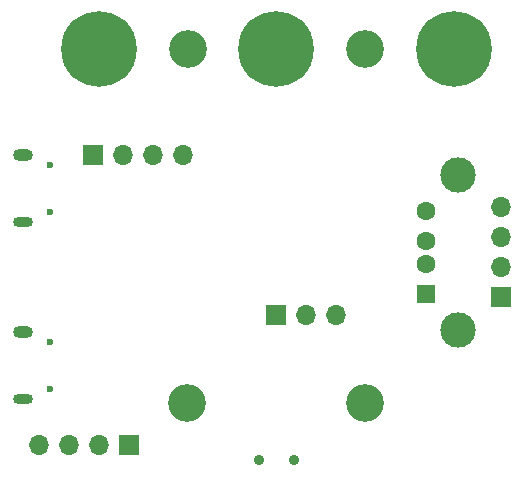
<source format=gbr>
%TF.GenerationSoftware,KiCad,Pcbnew,7.0.6*%
%TF.CreationDate,2023-09-17T17:39:24+01:00*%
%TF.ProjectId,working,776f726b-696e-4672-9e6b-696361645f70,rev?*%
%TF.SameCoordinates,Original*%
%TF.FileFunction,Soldermask,Bot*%
%TF.FilePolarity,Negative*%
%FSLAX46Y46*%
G04 Gerber Fmt 4.6, Leading zero omitted, Abs format (unit mm)*
G04 Created by KiCad (PCBNEW 7.0.6) date 2023-09-17 17:39:24*
%MOMM*%
%LPD*%
G01*
G04 APERTURE LIST*
%ADD10R,1.700000X1.700000*%
%ADD11O,1.700000X1.700000*%
%ADD12C,0.900000*%
%ADD13R,1.500000X1.600000*%
%ADD14C,1.600000*%
%ADD15C,3.000000*%
%ADD16C,3.200000*%
%ADD17C,6.400000*%
%ADD18C,0.600000*%
%ADD19O,1.700000X1.000000*%
%ADD20O,1.700000X0.850000*%
G04 APERTURE END LIST*
D10*
%TO.C,SW2*%
X-40000Y-7500000D03*
D11*
X2500000Y-7500000D03*
X5040000Y-7500000D03*
%TD*%
D10*
%TO.C,J4*%
X-12500000Y-18500000D03*
D11*
X-15040000Y-18500000D03*
X-17580000Y-18500000D03*
X-20120000Y-18500000D03*
%TD*%
D10*
%TO.C,J3*%
X-15500000Y6000000D03*
D11*
X-12960000Y6000000D03*
X-10420000Y6000000D03*
X-7880000Y6000000D03*
%TD*%
%TO.C,J1*%
X19000000Y1620000D03*
X19000000Y-920000D03*
X19000000Y-3460000D03*
D10*
X19000000Y-6000000D03*
%TD*%
D12*
%TO.C,SW1*%
X1500000Y-19830000D03*
X-1500000Y-19830000D03*
%TD*%
D13*
%TO.C,CON3*%
X12700000Y-5730000D03*
D14*
X12700000Y-3230000D03*
X12700000Y-1230000D03*
X12700000Y1270000D03*
D15*
X15410000Y-8800000D03*
X15410000Y4340000D03*
%TD*%
D16*
%TO.C,H7*%
X-7535534Y-15000000D03*
%TD*%
D17*
%TO.C,H1*%
X-15035534Y15000000D03*
%TD*%
D16*
%TO.C,H3*%
X7464466Y-15000000D03*
%TD*%
D18*
%TO.C,CON1*%
X-19150000Y5175000D03*
X-19150000Y1175000D03*
D19*
X-21500000Y6000000D03*
D20*
X-21500000Y350000D03*
%TD*%
D16*
%TO.C,H4*%
X7464466Y15000000D03*
%TD*%
%TO.C,H6*%
X-7500000Y15000000D03*
%TD*%
D18*
%TO.C,CON2*%
X-19150000Y-9825000D03*
X-19150000Y-13825000D03*
D19*
X-21500000Y-9000000D03*
D20*
X-21500000Y-14650000D03*
%TD*%
D17*
%TO.C,H5*%
X15000000Y15000000D03*
%TD*%
%TO.C,H8*%
X0Y15000000D03*
%TD*%
M02*

</source>
